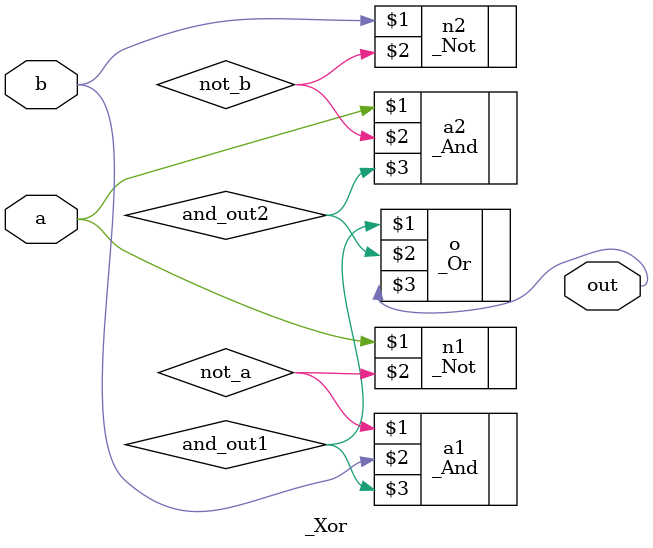
<source format=v>
module _Xor(
    input a, b,
    output out
);
    wire not_a, not_b;

    _Not n1(a, not_a);
    _Not n2(b, not_b);

    wire and_out1, and_out2;
    _And a1(not_a, b, and_out1);
    _And a2(a, not_b, and_out2);

    _Or o(and_out1, and_out2, out);
endmodule
</source>
